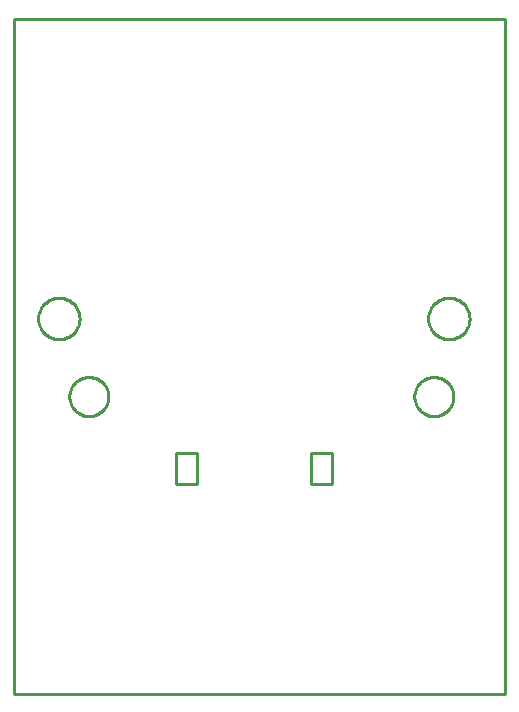
<source format=gbr>
G04 EAGLE Gerber RS-274X export*
G75*
%MOMM*%
%FSLAX34Y34*%
%LPD*%
%IN*%
%IPPOS*%
%AMOC8*
5,1,8,0,0,1.08239X$1,22.5*%
G01*
%ADD10C,0.254000*%


D10*
X0Y0D02*
X415800Y0D01*
X415800Y571400D01*
X0Y571400D01*
X0Y0D01*
X137200Y177500D02*
X155200Y177500D01*
X155200Y203500D01*
X137200Y203500D01*
X137200Y177500D01*
X251200Y177500D02*
X269200Y177500D01*
X269200Y203500D01*
X251200Y203500D01*
X251200Y177500D01*
X55600Y316927D02*
X55525Y315784D01*
X55376Y314648D01*
X55152Y313524D01*
X54855Y312417D01*
X54487Y311332D01*
X54049Y310274D01*
X53542Y309246D01*
X52969Y308254D01*
X52332Y307301D01*
X51635Y306392D01*
X50879Y305531D01*
X50069Y304721D01*
X49208Y303965D01*
X48299Y303268D01*
X47346Y302631D01*
X46354Y302058D01*
X45326Y301551D01*
X44268Y301113D01*
X43183Y300745D01*
X42076Y300448D01*
X40952Y300225D01*
X39816Y300075D01*
X38673Y300000D01*
X37527Y300000D01*
X36384Y300075D01*
X35248Y300225D01*
X34124Y300448D01*
X33017Y300745D01*
X31932Y301113D01*
X30874Y301551D01*
X29846Y302058D01*
X28854Y302631D01*
X27901Y303268D01*
X26992Y303965D01*
X26131Y304721D01*
X25321Y305531D01*
X24565Y306392D01*
X23868Y307301D01*
X23231Y308254D01*
X22658Y309246D01*
X22151Y310274D01*
X21713Y311332D01*
X21345Y312417D01*
X21048Y313524D01*
X20825Y314648D01*
X20675Y315784D01*
X20600Y316927D01*
X20600Y318073D01*
X20675Y319216D01*
X20825Y320352D01*
X21048Y321476D01*
X21345Y322583D01*
X21713Y323668D01*
X22151Y324726D01*
X22658Y325754D01*
X23231Y326746D01*
X23868Y327699D01*
X24565Y328608D01*
X25321Y329469D01*
X26131Y330279D01*
X26992Y331035D01*
X27901Y331732D01*
X28854Y332369D01*
X29846Y332942D01*
X30874Y333449D01*
X31932Y333887D01*
X33017Y334255D01*
X34124Y334552D01*
X35248Y334776D01*
X36384Y334925D01*
X37527Y335000D01*
X38673Y335000D01*
X39816Y334925D01*
X40952Y334776D01*
X42076Y334552D01*
X43183Y334255D01*
X44268Y333887D01*
X45326Y333449D01*
X46354Y332942D01*
X47346Y332369D01*
X48299Y331732D01*
X49208Y331035D01*
X50069Y330279D01*
X50879Y329469D01*
X51635Y328608D01*
X52332Y327699D01*
X52969Y326746D01*
X53542Y325754D01*
X54049Y324726D01*
X54487Y323668D01*
X54855Y322583D01*
X55152Y321476D01*
X55376Y320352D01*
X55525Y319216D01*
X55600Y318073D01*
X55600Y316927D01*
X385800Y316927D02*
X385725Y315784D01*
X385576Y314648D01*
X385352Y313524D01*
X385055Y312417D01*
X384687Y311332D01*
X384249Y310274D01*
X383742Y309246D01*
X383169Y308254D01*
X382532Y307301D01*
X381835Y306392D01*
X381079Y305531D01*
X380269Y304721D01*
X379408Y303965D01*
X378499Y303268D01*
X377546Y302631D01*
X376554Y302058D01*
X375526Y301551D01*
X374468Y301113D01*
X373383Y300745D01*
X372276Y300448D01*
X371152Y300225D01*
X370016Y300075D01*
X368873Y300000D01*
X367727Y300000D01*
X366584Y300075D01*
X365448Y300225D01*
X364324Y300448D01*
X363217Y300745D01*
X362132Y301113D01*
X361074Y301551D01*
X360046Y302058D01*
X359054Y302631D01*
X358101Y303268D01*
X357192Y303965D01*
X356331Y304721D01*
X355521Y305531D01*
X354765Y306392D01*
X354068Y307301D01*
X353431Y308254D01*
X352858Y309246D01*
X352351Y310274D01*
X351913Y311332D01*
X351545Y312417D01*
X351248Y313524D01*
X351025Y314648D01*
X350875Y315784D01*
X350800Y316927D01*
X350800Y318073D01*
X350875Y319216D01*
X351025Y320352D01*
X351248Y321476D01*
X351545Y322583D01*
X351913Y323668D01*
X352351Y324726D01*
X352858Y325754D01*
X353431Y326746D01*
X354068Y327699D01*
X354765Y328608D01*
X355521Y329469D01*
X356331Y330279D01*
X357192Y331035D01*
X358101Y331732D01*
X359054Y332369D01*
X360046Y332942D01*
X361074Y333449D01*
X362132Y333887D01*
X363217Y334255D01*
X364324Y334552D01*
X365448Y334776D01*
X366584Y334925D01*
X367727Y335000D01*
X368873Y335000D01*
X370016Y334925D01*
X371152Y334776D01*
X372276Y334552D01*
X373383Y334255D01*
X374468Y333887D01*
X375526Y333449D01*
X376554Y332942D01*
X377546Y332369D01*
X378499Y331732D01*
X379408Y331035D01*
X380269Y330279D01*
X381079Y329469D01*
X381835Y328608D01*
X382532Y327699D01*
X383169Y326746D01*
X383742Y325754D01*
X384249Y324726D01*
X384687Y323668D01*
X385055Y322583D01*
X385352Y321476D01*
X385576Y320352D01*
X385725Y319216D01*
X385800Y318073D01*
X385800Y316927D01*
X80010Y250920D02*
X79939Y249841D01*
X79798Y248769D01*
X79587Y247709D01*
X79308Y246665D01*
X78960Y245641D01*
X78546Y244643D01*
X78068Y243673D01*
X77528Y242737D01*
X76927Y241838D01*
X76269Y240981D01*
X75557Y240168D01*
X74792Y239404D01*
X73979Y238691D01*
X73122Y238033D01*
X72223Y237432D01*
X71287Y236892D01*
X70317Y236414D01*
X69319Y236000D01*
X68295Y235652D01*
X67251Y235373D01*
X66191Y235162D01*
X65119Y235021D01*
X64040Y234950D01*
X62960Y234950D01*
X61881Y235021D01*
X60809Y235162D01*
X59749Y235373D01*
X58705Y235652D01*
X57681Y236000D01*
X56683Y236414D01*
X55713Y236892D01*
X54777Y237432D01*
X53878Y238033D01*
X53021Y238691D01*
X52208Y239404D01*
X51444Y240168D01*
X50731Y240981D01*
X50073Y241838D01*
X49472Y242737D01*
X48932Y243673D01*
X48454Y244643D01*
X48040Y245641D01*
X47692Y246665D01*
X47413Y247709D01*
X47202Y248769D01*
X47061Y249841D01*
X46990Y250920D01*
X46990Y252000D01*
X47061Y253079D01*
X47202Y254151D01*
X47413Y255211D01*
X47692Y256255D01*
X48040Y257279D01*
X48454Y258277D01*
X48932Y259247D01*
X49472Y260183D01*
X50073Y261082D01*
X50731Y261939D01*
X51444Y262752D01*
X52208Y263517D01*
X53021Y264229D01*
X53878Y264887D01*
X54777Y265488D01*
X55713Y266028D01*
X56683Y266506D01*
X57681Y266920D01*
X58705Y267268D01*
X59749Y267547D01*
X60809Y267758D01*
X61881Y267899D01*
X62960Y267970D01*
X64040Y267970D01*
X65119Y267899D01*
X66191Y267758D01*
X67251Y267547D01*
X68295Y267268D01*
X69319Y266920D01*
X70317Y266506D01*
X71287Y266028D01*
X72223Y265488D01*
X73122Y264887D01*
X73979Y264229D01*
X74792Y263517D01*
X75557Y262752D01*
X76269Y261939D01*
X76927Y261082D01*
X77528Y260183D01*
X78068Y259247D01*
X78546Y258277D01*
X78960Y257279D01*
X79308Y256255D01*
X79587Y255211D01*
X79798Y254151D01*
X79939Y253079D01*
X80010Y252000D01*
X80010Y250920D01*
X372110Y250920D02*
X372039Y249841D01*
X371898Y248769D01*
X371687Y247709D01*
X371408Y246665D01*
X371060Y245641D01*
X370646Y244643D01*
X370168Y243673D01*
X369628Y242737D01*
X369027Y241838D01*
X368369Y240981D01*
X367657Y240168D01*
X366892Y239404D01*
X366079Y238691D01*
X365222Y238033D01*
X364323Y237432D01*
X363387Y236892D01*
X362417Y236414D01*
X361419Y236000D01*
X360395Y235652D01*
X359351Y235373D01*
X358291Y235162D01*
X357219Y235021D01*
X356140Y234950D01*
X355060Y234950D01*
X353981Y235021D01*
X352909Y235162D01*
X351849Y235373D01*
X350805Y235652D01*
X349781Y236000D01*
X348783Y236414D01*
X347813Y236892D01*
X346877Y237432D01*
X345978Y238033D01*
X345121Y238691D01*
X344308Y239404D01*
X343544Y240168D01*
X342831Y240981D01*
X342173Y241838D01*
X341572Y242737D01*
X341032Y243673D01*
X340554Y244643D01*
X340140Y245641D01*
X339792Y246665D01*
X339513Y247709D01*
X339302Y248769D01*
X339161Y249841D01*
X339090Y250920D01*
X339090Y252000D01*
X339161Y253079D01*
X339302Y254151D01*
X339513Y255211D01*
X339792Y256255D01*
X340140Y257279D01*
X340554Y258277D01*
X341032Y259247D01*
X341572Y260183D01*
X342173Y261082D01*
X342831Y261939D01*
X343544Y262752D01*
X344308Y263517D01*
X345121Y264229D01*
X345978Y264887D01*
X346877Y265488D01*
X347813Y266028D01*
X348783Y266506D01*
X349781Y266920D01*
X350805Y267268D01*
X351849Y267547D01*
X352909Y267758D01*
X353981Y267899D01*
X355060Y267970D01*
X356140Y267970D01*
X357219Y267899D01*
X358291Y267758D01*
X359351Y267547D01*
X360395Y267268D01*
X361419Y266920D01*
X362417Y266506D01*
X363387Y266028D01*
X364323Y265488D01*
X365222Y264887D01*
X366079Y264229D01*
X366892Y263517D01*
X367657Y262752D01*
X368369Y261939D01*
X369027Y261082D01*
X369628Y260183D01*
X370168Y259247D01*
X370646Y258277D01*
X371060Y257279D01*
X371408Y256255D01*
X371687Y255211D01*
X371898Y254151D01*
X372039Y253079D01*
X372110Y252000D01*
X372110Y250920D01*
M02*

</source>
